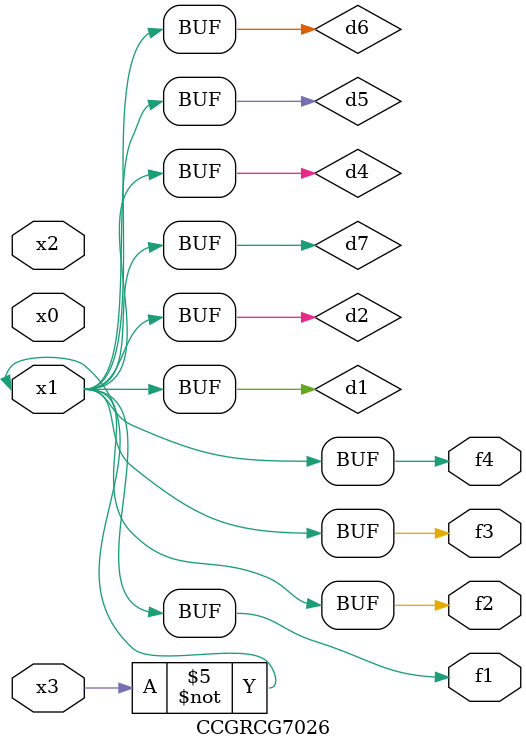
<source format=v>
module CCGRCG7026(
	input x0, x1, x2, x3,
	output f1, f2, f3, f4
);

	wire d1, d2, d3, d4, d5, d6, d7;

	not (d1, x3);
	buf (d2, x1);
	xnor (d3, d1, d2);
	nor (d4, d1);
	buf (d5, d1, d2);
	buf (d6, d4, d5);
	nand (d7, d4);
	assign f1 = d6;
	assign f2 = d7;
	assign f3 = d6;
	assign f4 = d6;
endmodule

</source>
